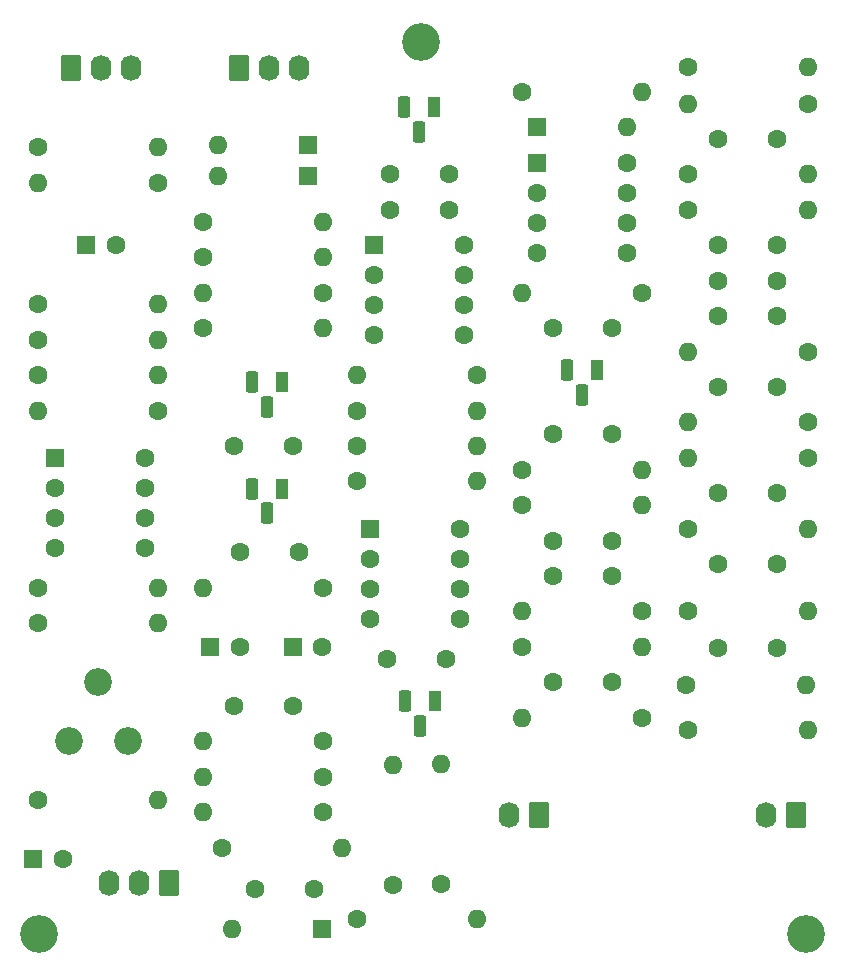
<source format=gbr>
%TF.GenerationSoftware,KiCad,Pcbnew,9.0.0*%
%TF.CreationDate,2025-09-04T18:19:11+01:00*%
%TF.ProjectId,BossCE2,426f7373-4345-4322-9e6b-696361645f70,V1.2*%
%TF.SameCoordinates,Original*%
%TF.FileFunction,Soldermask,Bot*%
%TF.FilePolarity,Negative*%
%FSLAX46Y46*%
G04 Gerber Fmt 4.6, Leading zero omitted, Abs format (unit mm)*
G04 Created by KiCad (PCBNEW 9.0.0) date 2025-09-04 18:19:11*
%MOMM*%
%LPD*%
G01*
G04 APERTURE LIST*
G04 Aperture macros list*
%AMRoundRect*
0 Rectangle with rounded corners*
0 $1 Rounding radius*
0 $2 $3 $4 $5 $6 $7 $8 $9 X,Y pos of 4 corners*
0 Add a 4 corners polygon primitive as box body*
4,1,4,$2,$3,$4,$5,$6,$7,$8,$9,$2,$3,0*
0 Add four circle primitives for the rounded corners*
1,1,$1+$1,$2,$3*
1,1,$1+$1,$4,$5*
1,1,$1+$1,$6,$7*
1,1,$1+$1,$8,$9*
0 Add four rect primitives between the rounded corners*
20,1,$1+$1,$2,$3,$4,$5,0*
20,1,$1+$1,$4,$5,$6,$7,0*
20,1,$1+$1,$6,$7,$8,$9,0*
20,1,$1+$1,$8,$9,$2,$3,0*%
G04 Aperture macros list end*
%ADD10C,1.600000*%
%ADD11C,3.200000*%
%ADD12O,1.600000X1.600000*%
%ADD13RoundRect,0.250000X-0.550000X-0.550000X0.550000X-0.550000X0.550000X0.550000X-0.550000X0.550000X0*%
%ADD14C,2.340000*%
%ADD15R,1.100000X1.800000*%
%ADD16RoundRect,0.275000X0.275000X0.625000X-0.275000X0.625000X-0.275000X-0.625000X0.275000X-0.625000X0*%
%ADD17RoundRect,0.250000X-0.620000X-0.845000X0.620000X-0.845000X0.620000X0.845000X-0.620000X0.845000X0*%
%ADD18O,1.740000X2.190000*%
%ADD19RoundRect,0.250000X0.620000X0.845000X-0.620000X0.845000X-0.620000X-0.845000X0.620000X-0.845000X0*%
%ADD20R,1.600000X1.600000*%
G04 APERTURE END LIST*
D10*
%TO.C,C17*%
X111500000Y-105100000D03*
X116500000Y-105100000D03*
%TD*%
D11*
%TO.C,REF\u002A\u002A*%
X86300000Y-53800000D03*
%TD*%
%TO.C,REF\u002A\u002A*%
X54000000Y-129300000D03*
%TD*%
%TO.C,REF\u002A\u002A*%
X118900000Y-129300000D03*
%TD*%
D10*
%TO.C,Rin1*%
X69460000Y-122000000D03*
D12*
X79620000Y-122000000D03*
%TD*%
D10*
%TO.C,R13*%
X105080000Y-75000000D03*
D12*
X94920000Y-75000000D03*
%TD*%
D10*
%TO.C,R12*%
X119080000Y-86000000D03*
D12*
X108920000Y-86000000D03*
%TD*%
D13*
%TO.C,U4*%
X82380000Y-71000000D03*
D10*
X82380000Y-73540000D03*
X82380000Y-76080000D03*
X82380000Y-78620000D03*
X90000000Y-78620000D03*
X90000000Y-76080000D03*
X90000000Y-73540000D03*
X90000000Y-71000000D03*
%TD*%
D13*
%TO.C,U3*%
X96195000Y-64000000D03*
D10*
X96195000Y-66540000D03*
X96195000Y-69080000D03*
X96195000Y-71620000D03*
X103815000Y-71620000D03*
X103815000Y-69080000D03*
X103815000Y-66540000D03*
X103815000Y-64000000D03*
%TD*%
D13*
%TO.C,U2*%
X55380000Y-89000000D03*
D10*
X55380000Y-91540000D03*
X55380000Y-94080000D03*
X55380000Y-96620000D03*
X63000000Y-96620000D03*
X63000000Y-94080000D03*
X63000000Y-91540000D03*
X63000000Y-89000000D03*
%TD*%
D13*
%TO.C,U1*%
X82000000Y-95000000D03*
D10*
X82000000Y-97540000D03*
X82000000Y-100080000D03*
X82000000Y-102620000D03*
X89620000Y-102620000D03*
X89620000Y-100080000D03*
X89620000Y-97540000D03*
X89620000Y-95000000D03*
%TD*%
D14*
%TO.C,RV1*%
X61500000Y-113000000D03*
X59000000Y-108000000D03*
X56500000Y-113000000D03*
%TD*%
D10*
%TO.C,RF2*%
X78080000Y-100000000D03*
D12*
X67920000Y-100000000D03*
%TD*%
D10*
%TO.C,RF1*%
X53920000Y-100000000D03*
D12*
X64080000Y-100000000D03*
%TD*%
D10*
%TO.C,R53*%
X80920000Y-128000000D03*
D12*
X91080000Y-128000000D03*
%TD*%
D10*
%TO.C,R52*%
X67920000Y-78000000D03*
D12*
X78080000Y-78000000D03*
%TD*%
D10*
%TO.C,R40*%
X67920000Y-72000000D03*
D12*
X78080000Y-72000000D03*
%TD*%
D10*
%TO.C,R39*%
X91080000Y-82000000D03*
D12*
X80920000Y-82000000D03*
%TD*%
D10*
%TO.C,R38*%
X67920000Y-69000000D03*
D12*
X78080000Y-69000000D03*
%TD*%
D10*
%TO.C,R37*%
X64080000Y-65700000D03*
D12*
X53920000Y-65700000D03*
%TD*%
D10*
%TO.C,R36*%
X78080000Y-75000000D03*
D12*
X67920000Y-75000000D03*
%TD*%
D10*
%TO.C,R35*%
X53920000Y-82000000D03*
D12*
X64080000Y-82000000D03*
%TD*%
D10*
%TO.C,R32*%
X53920000Y-79000000D03*
D12*
X64080000Y-79000000D03*
%TD*%
D10*
%TO.C,R31*%
X53920000Y-62670000D03*
D12*
X64080000Y-62670000D03*
%TD*%
D10*
%TO.C,R30*%
X64080000Y-85000000D03*
D12*
X53920000Y-85000000D03*
%TD*%
D10*
%TO.C,R29*%
X53920000Y-76000000D03*
D12*
X64080000Y-76000000D03*
%TD*%
D10*
%TO.C,R28*%
X53920000Y-103000000D03*
D12*
X64080000Y-103000000D03*
%TD*%
D10*
%TO.C,R27*%
X53920000Y-118000000D03*
D12*
X64080000Y-118000000D03*
%TD*%
D10*
%TO.C,R26*%
X108920000Y-112000000D03*
D12*
X119080000Y-112000000D03*
%TD*%
D10*
%TO.C,R25*%
X108820000Y-108200000D03*
D12*
X118980000Y-108200000D03*
%TD*%
D10*
%TO.C,R24*%
X94920000Y-90000000D03*
D12*
X105080000Y-90000000D03*
%TD*%
D10*
%TO.C,R23*%
X94920000Y-93000000D03*
D12*
X105080000Y-93000000D03*
%TD*%
D10*
%TO.C,R22*%
X80920000Y-88000000D03*
D12*
X91080000Y-88000000D03*
%TD*%
D10*
%TO.C,R21*%
X80920000Y-91000000D03*
D12*
X91080000Y-91000000D03*
%TD*%
D10*
%TO.C,R20*%
X80920000Y-85000000D03*
D12*
X91080000Y-85000000D03*
%TD*%
D10*
%TO.C,R19*%
X108920000Y-55910000D03*
D12*
X119080000Y-55910000D03*
%TD*%
D10*
%TO.C,R18*%
X119080000Y-59000000D03*
D12*
X108920000Y-59000000D03*
%TD*%
D10*
%TO.C,R17*%
X108920000Y-68000000D03*
D12*
X119080000Y-68000000D03*
%TD*%
D10*
%TO.C,R16*%
X108920000Y-65000000D03*
D12*
X119080000Y-65000000D03*
%TD*%
D10*
%TO.C,R15*%
X119080000Y-80000000D03*
D12*
X108920000Y-80000000D03*
%TD*%
D10*
%TO.C,R14*%
X94920000Y-58000000D03*
D12*
X105080000Y-58000000D03*
%TD*%
D10*
%TO.C,R11*%
X119080000Y-89000000D03*
D12*
X108920000Y-89000000D03*
%TD*%
D10*
%TO.C,R10*%
X108920000Y-95000000D03*
D12*
X119080000Y-95000000D03*
%TD*%
D10*
%TO.C,R9*%
X108920000Y-102000000D03*
D12*
X119080000Y-102000000D03*
%TD*%
D10*
%TO.C,R8*%
X105080000Y-102000000D03*
D12*
X94920000Y-102000000D03*
%TD*%
D10*
%TO.C,R7*%
X78080000Y-116000000D03*
D12*
X67920000Y-116000000D03*
%TD*%
D10*
%TO.C,R6*%
X78080000Y-113000000D03*
D12*
X67920000Y-113000000D03*
%TD*%
D10*
%TO.C,R5*%
X94920000Y-105000000D03*
D12*
X105080000Y-105000000D03*
%TD*%
D10*
%TO.C,R4*%
X105080000Y-111000000D03*
D12*
X94920000Y-111000000D03*
%TD*%
D10*
%TO.C,R3*%
X88000000Y-125080000D03*
D12*
X88000000Y-114920000D03*
%TD*%
D10*
%TO.C,R2*%
X78080000Y-119000000D03*
D12*
X67920000Y-119000000D03*
%TD*%
D10*
%TO.C,R1*%
X84000000Y-125160000D03*
D12*
X84000000Y-115000000D03*
%TD*%
D15*
%TO.C,Q5*%
X74540000Y-82600000D03*
D16*
X73270000Y-84670000D03*
X72000000Y-82600000D03*
%TD*%
D15*
%TO.C,Q4*%
X74540000Y-91600000D03*
D16*
X73270000Y-93670000D03*
X72000000Y-91600000D03*
%TD*%
D15*
%TO.C,Q3*%
X87455000Y-59330000D03*
D16*
X86185000Y-61400000D03*
X84915000Y-59330000D03*
%TD*%
D15*
%TO.C,Q2*%
X101270000Y-81600000D03*
D16*
X100000000Y-83670000D03*
X98730000Y-81600000D03*
%TD*%
D15*
%TO.C,Q1*%
X87540000Y-109600000D03*
D16*
X86270000Y-111670000D03*
X85000000Y-109600000D03*
%TD*%
D17*
%TO.C,J5*%
X56690000Y-56000000D03*
D18*
X59230000Y-56000000D03*
X61770000Y-56000000D03*
%TD*%
D17*
%TO.C,J4*%
X70920000Y-56000000D03*
D18*
X73460000Y-56000000D03*
X76000000Y-56000000D03*
%TD*%
D19*
%TO.C,J3*%
X96370000Y-119200000D03*
D18*
X93830000Y-119200000D03*
%TD*%
D19*
%TO.C,J2*%
X118100000Y-119200000D03*
D18*
X115560000Y-119200000D03*
%TD*%
D19*
%TO.C,J1*%
X65000000Y-125000000D03*
D18*
X62460000Y-125000000D03*
X59920000Y-125000000D03*
%TD*%
D20*
%TO.C,D7*%
X96190000Y-61000000D03*
D12*
X103810000Y-61000000D03*
%TD*%
D20*
%TO.C,D5*%
X78000000Y-128900000D03*
D12*
X70380000Y-128900000D03*
%TD*%
D20*
%TO.C,D2*%
X76810000Y-62540000D03*
D12*
X69190000Y-62540000D03*
%TD*%
D20*
%TO.C,D1*%
X76810000Y-65100000D03*
D12*
X69190000Y-65100000D03*
%TD*%
D20*
%TO.C,C30*%
X58000000Y-71000000D03*
D10*
X60500000Y-71000000D03*
%TD*%
D20*
%TO.C,C29*%
X53500000Y-123000000D03*
D10*
X56000000Y-123000000D03*
%TD*%
%TO.C,C22*%
X88685000Y-68000000D03*
X83685000Y-68000000D03*
%TD*%
%TO.C,C21*%
X70500000Y-88000000D03*
X75500000Y-88000000D03*
%TD*%
D20*
%TO.C,C20*%
X75500000Y-105000000D03*
D10*
X78000000Y-105000000D03*
%TD*%
%TO.C,C19*%
X71000000Y-97000000D03*
X76000000Y-97000000D03*
%TD*%
D20*
%TO.C,C18*%
X68500000Y-105000000D03*
D10*
X71000000Y-105000000D03*
%TD*%
%TO.C,C16*%
X97500000Y-99000000D03*
X102500000Y-99000000D03*
%TD*%
%TO.C,C15*%
X102500000Y-96000000D03*
X97500000Y-96000000D03*
%TD*%
%TO.C,C14*%
X102500000Y-78000000D03*
X97500000Y-78000000D03*
%TD*%
%TO.C,C13*%
X111500000Y-62000000D03*
X116500000Y-62000000D03*
%TD*%
%TO.C,C12*%
X116500000Y-77000000D03*
X111500000Y-77000000D03*
%TD*%
%TO.C,C11*%
X116500000Y-74000000D03*
X111500000Y-74000000D03*
%TD*%
%TO.C,C10*%
X116500000Y-71000000D03*
X111500000Y-71000000D03*
%TD*%
%TO.C,C9*%
X83685000Y-65000000D03*
X88685000Y-65000000D03*
%TD*%
%TO.C,C8*%
X116500000Y-83000000D03*
X111500000Y-83000000D03*
%TD*%
%TO.C,C7*%
X111500000Y-92000000D03*
X116500000Y-92000000D03*
%TD*%
%TO.C,C6*%
X116500000Y-98000000D03*
X111500000Y-98000000D03*
%TD*%
%TO.C,C5*%
X97500000Y-87000000D03*
X102500000Y-87000000D03*
%TD*%
%TO.C,C4*%
X70500000Y-110000000D03*
X75500000Y-110000000D03*
%TD*%
%TO.C,C3*%
X97500000Y-108000000D03*
X102500000Y-108000000D03*
%TD*%
%TO.C,C2*%
X83500000Y-106000000D03*
X88500000Y-106000000D03*
%TD*%
%TO.C,C1*%
X72300000Y-125500000D03*
X77300000Y-125500000D03*
%TD*%
M02*

</source>
